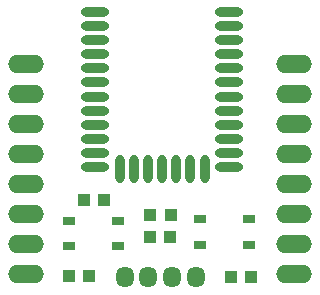
<source format=gtp>
G04 #@! TF.GenerationSoftware,KiCad,Pcbnew,(5.1.2)-1*
G04 #@! TF.CreationDate,2022-10-09T20:42:29+09:00*
G04 #@! TF.ProjectId,ble5,626c6535-2e6b-4696-9361-645f70636258,v2.1*
G04 #@! TF.SameCoordinates,Original*
G04 #@! TF.FileFunction,Paste,Top*
G04 #@! TF.FilePolarity,Positive*
%FSLAX46Y46*%
G04 Gerber Fmt 4.6, Leading zero omitted, Abs format (unit mm)*
G04 Created by KiCad (PCBNEW (5.1.2)-1) date 2022-10-09 20:42:29*
%MOMM*%
%LPD*%
G04 APERTURE LIST*
%ADD10O,2.400000X0.800000*%
%ADD11O,0.800000X2.400000*%
%ADD12R,1.100000X1.000000*%
%ADD13R,1.049020X1.079500*%
%ADD14O,3.048000X1.524000*%
%ADD15R,1.050000X0.650000*%
%ADD16O,1.524000X1.800000*%
G04 APERTURE END LIST*
D10*
X131500000Y-40000000D03*
X131500000Y-41200000D03*
X131500000Y-42400000D03*
X131500000Y-43600000D03*
X131500000Y-44800000D03*
X131500000Y-46000000D03*
X131500000Y-47200000D03*
X131500000Y-48400000D03*
X131500000Y-49600000D03*
X131500000Y-50800000D03*
X131500000Y-52000000D03*
X131500000Y-53200000D03*
D11*
X129450000Y-53300000D03*
X128250000Y-53300000D03*
X127050000Y-53300000D03*
X125850000Y-53300000D03*
X124650000Y-53300000D03*
X123450000Y-53300000D03*
X122250000Y-53300000D03*
D10*
X120200000Y-53200000D03*
X120200000Y-52000000D03*
X120200000Y-50800000D03*
X120200000Y-49600000D03*
X120200000Y-48400000D03*
X120200000Y-47200000D03*
X120200000Y-46000000D03*
X120200000Y-44800000D03*
X120200000Y-43600000D03*
X120200000Y-42400000D03*
X120200000Y-41200000D03*
X120200000Y-40000000D03*
D12*
X119250000Y-55950000D03*
X120950000Y-55950000D03*
X124850000Y-59100000D03*
X126550000Y-59100000D03*
D13*
X126573760Y-57200000D03*
X124826240Y-57200000D03*
D14*
X114300000Y-44450000D03*
X114300000Y-46990000D03*
X114300000Y-49530000D03*
X114300000Y-52070000D03*
X114300000Y-54610000D03*
X114300000Y-57150000D03*
X114300000Y-59690000D03*
X114300000Y-62230000D03*
X137050000Y-44450000D03*
X137050000Y-46990000D03*
X137050000Y-49530000D03*
X137050000Y-52070000D03*
X137050000Y-54610000D03*
X137050000Y-57150000D03*
X137050000Y-59690000D03*
X137050000Y-62230000D03*
D12*
X119650000Y-62400000D03*
X117950000Y-62400000D03*
X133350000Y-62500000D03*
X131650000Y-62500000D03*
D15*
X122100000Y-59850000D03*
X117950000Y-59850000D03*
X122100000Y-57700000D03*
X117950000Y-57700000D03*
X129050000Y-57600000D03*
X133200000Y-57600000D03*
X129050000Y-59750000D03*
X133200000Y-59750000D03*
D16*
X128700000Y-62500000D03*
X126700000Y-62500000D03*
X124700000Y-62500000D03*
X122700000Y-62500000D03*
M02*

</source>
